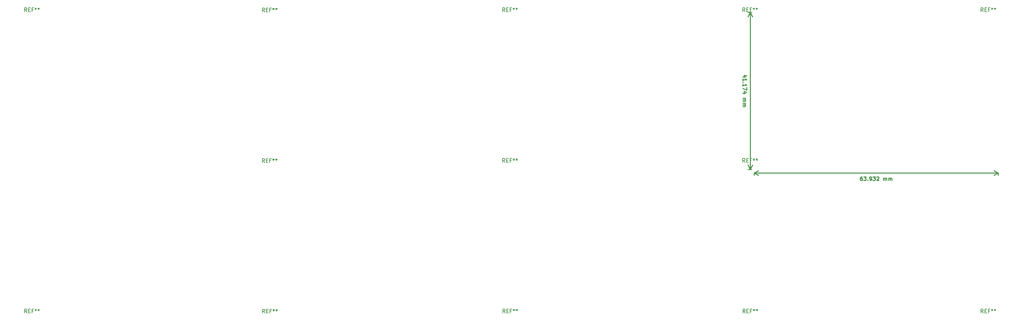
<source format=gbr>
G04 #@! TF.GenerationSoftware,KiCad,Pcbnew,(5.0.2)-1*
G04 #@! TF.CreationDate,2019-04-26T14:55:14-04:00*
G04 #@! TF.ProjectId,switch_plate,73776974-6368-45f7-906c-6174652e6b69,rev?*
G04 #@! TF.SameCoordinates,Original*
G04 #@! TF.FileFunction,Legend,Top*
G04 #@! TF.FilePolarity,Positive*
%FSLAX46Y46*%
G04 Gerber Fmt 4.6, Leading zero omitted, Abs format (unit mm)*
G04 Created by KiCad (PCBNEW (5.0.2)-1) date 4/26/2019 2:55:14 PM*
%MOMM*%
%LPD*%
G01*
G04 APERTURE LIST*
%ADD10C,0.250000*%
%ADD11C,0.150000*%
G04 APERTURE END LIST*
D10*
X237112635Y-59677180D02*
X236922159Y-59677180D01*
X236826921Y-59724800D01*
X236779302Y-59772419D01*
X236684063Y-59915276D01*
X236636444Y-60105752D01*
X236636444Y-60486704D01*
X236684063Y-60581942D01*
X236731682Y-60629561D01*
X236826921Y-60677180D01*
X237017397Y-60677180D01*
X237112635Y-60629561D01*
X237160254Y-60581942D01*
X237207873Y-60486704D01*
X237207873Y-60248609D01*
X237160254Y-60153371D01*
X237112635Y-60105752D01*
X237017397Y-60058133D01*
X236826921Y-60058133D01*
X236731682Y-60105752D01*
X236684063Y-60153371D01*
X236636444Y-60248609D01*
X237541206Y-59677180D02*
X238160254Y-59677180D01*
X237826921Y-60058133D01*
X237969778Y-60058133D01*
X238065016Y-60105752D01*
X238112635Y-60153371D01*
X238160254Y-60248609D01*
X238160254Y-60486704D01*
X238112635Y-60581942D01*
X238065016Y-60629561D01*
X237969778Y-60677180D01*
X237684063Y-60677180D01*
X237588825Y-60629561D01*
X237541206Y-60581942D01*
X238588825Y-60581942D02*
X238636444Y-60629561D01*
X238588825Y-60677180D01*
X238541206Y-60629561D01*
X238588825Y-60581942D01*
X238588825Y-60677180D01*
X239112635Y-60677180D02*
X239303111Y-60677180D01*
X239398349Y-60629561D01*
X239445968Y-60581942D01*
X239541206Y-60439085D01*
X239588825Y-60248609D01*
X239588825Y-59867657D01*
X239541206Y-59772419D01*
X239493587Y-59724800D01*
X239398349Y-59677180D01*
X239207873Y-59677180D01*
X239112635Y-59724800D01*
X239065016Y-59772419D01*
X239017397Y-59867657D01*
X239017397Y-60105752D01*
X239065016Y-60200990D01*
X239112635Y-60248609D01*
X239207873Y-60296228D01*
X239398349Y-60296228D01*
X239493587Y-60248609D01*
X239541206Y-60200990D01*
X239588825Y-60105752D01*
X239922159Y-59677180D02*
X240541206Y-59677180D01*
X240207873Y-60058133D01*
X240350730Y-60058133D01*
X240445968Y-60105752D01*
X240493587Y-60153371D01*
X240541206Y-60248609D01*
X240541206Y-60486704D01*
X240493587Y-60581942D01*
X240445968Y-60629561D01*
X240350730Y-60677180D01*
X240065016Y-60677180D01*
X239969778Y-60629561D01*
X239922159Y-60581942D01*
X240922159Y-59772419D02*
X240969778Y-59724800D01*
X241065016Y-59677180D01*
X241303111Y-59677180D01*
X241398349Y-59724800D01*
X241445968Y-59772419D01*
X241493587Y-59867657D01*
X241493587Y-59962895D01*
X241445968Y-60105752D01*
X240874540Y-60677180D01*
X241493587Y-60677180D01*
X242684063Y-60677180D02*
X242684063Y-60010514D01*
X242684063Y-60105752D02*
X242731682Y-60058133D01*
X242826921Y-60010514D01*
X242969778Y-60010514D01*
X243065016Y-60058133D01*
X243112635Y-60153371D01*
X243112635Y-60677180D01*
X243112635Y-60153371D02*
X243160254Y-60058133D01*
X243255492Y-60010514D01*
X243398349Y-60010514D01*
X243493587Y-60058133D01*
X243541206Y-60153371D01*
X243541206Y-60677180D01*
X244017397Y-60677180D02*
X244017397Y-60010514D01*
X244017397Y-60105752D02*
X244065016Y-60058133D01*
X244160254Y-60010514D01*
X244303111Y-60010514D01*
X244398349Y-60058133D01*
X244445968Y-60153371D01*
X244445968Y-60677180D01*
X244445968Y-60153371D02*
X244493587Y-60058133D01*
X244588825Y-60010514D01*
X244731682Y-60010514D01*
X244826921Y-60058133D01*
X244874540Y-60153371D01*
X244874540Y-60677180D01*
X208813400Y-58724800D02*
X272745205Y-58724800D01*
X208813400Y-58724800D02*
X208813400Y-59311221D01*
X272745205Y-58724800D02*
X272745205Y-59311221D01*
X272745205Y-58724800D02*
X271618701Y-59311221D01*
X272745205Y-58724800D02*
X271618701Y-58138379D01*
X208813400Y-58724800D02*
X209939904Y-59311221D01*
X208813400Y-58724800D02*
X209939904Y-58138379D01*
X206511685Y-33480895D02*
X205845019Y-33480895D01*
X206892638Y-33242800D02*
X206178352Y-33004704D01*
X206178352Y-33623752D01*
X205845019Y-34528514D02*
X205845019Y-33957085D01*
X205845019Y-34242800D02*
X206845019Y-34242800D01*
X206702161Y-34147562D01*
X206606923Y-34052323D01*
X206559304Y-33957085D01*
X205940257Y-34957085D02*
X205892638Y-35004704D01*
X205845019Y-34957085D01*
X205892638Y-34909466D01*
X205940257Y-34957085D01*
X205845019Y-34957085D01*
X205845019Y-35957085D02*
X205845019Y-35385657D01*
X205845019Y-35671371D02*
X206845019Y-35671371D01*
X206702161Y-35576133D01*
X206606923Y-35480895D01*
X206559304Y-35385657D01*
X206845019Y-36290419D02*
X206845019Y-36957085D01*
X205845019Y-36528514D01*
X206511685Y-37766609D02*
X205845019Y-37766609D01*
X206892638Y-37528514D02*
X206178352Y-37290419D01*
X206178352Y-37909466D01*
X205845019Y-39052323D02*
X206511685Y-39052323D01*
X206416447Y-39052323D02*
X206464066Y-39099942D01*
X206511685Y-39195181D01*
X206511685Y-39338038D01*
X206464066Y-39433276D01*
X206368828Y-39480895D01*
X205845019Y-39480895D01*
X206368828Y-39480895D02*
X206464066Y-39528514D01*
X206511685Y-39623752D01*
X206511685Y-39766609D01*
X206464066Y-39861847D01*
X206368828Y-39909466D01*
X205845019Y-39909466D01*
X205845019Y-40385657D02*
X206511685Y-40385657D01*
X206416447Y-40385657D02*
X206464066Y-40433276D01*
X206511685Y-40528514D01*
X206511685Y-40671371D01*
X206464066Y-40766609D01*
X206368828Y-40814228D01*
X205845019Y-40814228D01*
X206368828Y-40814228D02*
X206464066Y-40861847D01*
X206511685Y-40957085D01*
X206511685Y-41099942D01*
X206464066Y-41195181D01*
X206368828Y-41242800D01*
X205845019Y-41242800D01*
X207797400Y-16560800D02*
X207797400Y-57734325D01*
X208153000Y-16560800D02*
X207210979Y-16560800D01*
X208153000Y-57734325D02*
X207210979Y-57734325D01*
X207797400Y-57734325D02*
X207210979Y-56607821D01*
X207797400Y-57734325D02*
X208383821Y-56607821D01*
X207797400Y-16560800D02*
X207210979Y-17687304D01*
X207797400Y-16560800D02*
X208383821Y-17687304D01*
G04 #@! TO.C,REF\002A\002A*
D11*
X80607066Y-55951780D02*
X80273733Y-55475590D01*
X80035638Y-55951780D02*
X80035638Y-54951780D01*
X80416590Y-54951780D01*
X80511828Y-54999400D01*
X80559447Y-55047019D01*
X80607066Y-55142257D01*
X80607066Y-55285114D01*
X80559447Y-55380352D01*
X80511828Y-55427971D01*
X80416590Y-55475590D01*
X80035638Y-55475590D01*
X81035638Y-55427971D02*
X81368971Y-55427971D01*
X81511828Y-55951780D02*
X81035638Y-55951780D01*
X81035638Y-54951780D01*
X81511828Y-54951780D01*
X82273733Y-55427971D02*
X81940400Y-55427971D01*
X81940400Y-55951780D02*
X81940400Y-54951780D01*
X82416590Y-54951780D01*
X82940400Y-54951780D02*
X82940400Y-55189876D01*
X82702304Y-55094638D02*
X82940400Y-55189876D01*
X83178495Y-55094638D01*
X82797542Y-55380352D02*
X82940400Y-55189876D01*
X83083257Y-55380352D01*
X83702304Y-54951780D02*
X83702304Y-55189876D01*
X83464209Y-55094638D02*
X83702304Y-55189876D01*
X83940400Y-55094638D01*
X83559447Y-55380352D02*
X83702304Y-55189876D01*
X83845161Y-55380352D01*
X143548266Y-55926380D02*
X143214933Y-55450190D01*
X142976838Y-55926380D02*
X142976838Y-54926380D01*
X143357790Y-54926380D01*
X143453028Y-54974000D01*
X143500647Y-55021619D01*
X143548266Y-55116857D01*
X143548266Y-55259714D01*
X143500647Y-55354952D01*
X143453028Y-55402571D01*
X143357790Y-55450190D01*
X142976838Y-55450190D01*
X143976838Y-55402571D02*
X144310171Y-55402571D01*
X144453028Y-55926380D02*
X143976838Y-55926380D01*
X143976838Y-54926380D01*
X144453028Y-54926380D01*
X145214933Y-55402571D02*
X144881600Y-55402571D01*
X144881600Y-55926380D02*
X144881600Y-54926380D01*
X145357790Y-54926380D01*
X145881600Y-54926380D02*
X145881600Y-55164476D01*
X145643504Y-55069238D02*
X145881600Y-55164476D01*
X146119695Y-55069238D01*
X145738742Y-55354952D02*
X145881600Y-55164476D01*
X146024457Y-55354952D01*
X146643504Y-54926380D02*
X146643504Y-55164476D01*
X146405409Y-55069238D02*
X146643504Y-55164476D01*
X146881600Y-55069238D01*
X146500647Y-55354952D02*
X146643504Y-55164476D01*
X146786361Y-55354952D01*
X206438666Y-55926380D02*
X206105333Y-55450190D01*
X205867238Y-55926380D02*
X205867238Y-54926380D01*
X206248190Y-54926380D01*
X206343428Y-54974000D01*
X206391047Y-55021619D01*
X206438666Y-55116857D01*
X206438666Y-55259714D01*
X206391047Y-55354952D01*
X206343428Y-55402571D01*
X206248190Y-55450190D01*
X205867238Y-55450190D01*
X206867238Y-55402571D02*
X207200571Y-55402571D01*
X207343428Y-55926380D02*
X206867238Y-55926380D01*
X206867238Y-54926380D01*
X207343428Y-54926380D01*
X208105333Y-55402571D02*
X207772000Y-55402571D01*
X207772000Y-55926380D02*
X207772000Y-54926380D01*
X208248190Y-54926380D01*
X208772000Y-54926380D02*
X208772000Y-55164476D01*
X208533904Y-55069238D02*
X208772000Y-55164476D01*
X209010095Y-55069238D01*
X208629142Y-55354952D02*
X208772000Y-55164476D01*
X208914857Y-55354952D01*
X209533904Y-54926380D02*
X209533904Y-55164476D01*
X209295809Y-55069238D02*
X209533904Y-55164476D01*
X209772000Y-55069238D01*
X209391047Y-55354952D02*
X209533904Y-55164476D01*
X209676761Y-55354952D01*
X80657866Y-95474180D02*
X80324533Y-94997990D01*
X80086438Y-95474180D02*
X80086438Y-94474180D01*
X80467390Y-94474180D01*
X80562628Y-94521800D01*
X80610247Y-94569419D01*
X80657866Y-94664657D01*
X80657866Y-94807514D01*
X80610247Y-94902752D01*
X80562628Y-94950371D01*
X80467390Y-94997990D01*
X80086438Y-94997990D01*
X81086438Y-94950371D02*
X81419771Y-94950371D01*
X81562628Y-95474180D02*
X81086438Y-95474180D01*
X81086438Y-94474180D01*
X81562628Y-94474180D01*
X82324533Y-94950371D02*
X81991200Y-94950371D01*
X81991200Y-95474180D02*
X81991200Y-94474180D01*
X82467390Y-94474180D01*
X82991200Y-94474180D02*
X82991200Y-94712276D01*
X82753104Y-94617038D02*
X82991200Y-94712276D01*
X83229295Y-94617038D01*
X82848342Y-94902752D02*
X82991200Y-94712276D01*
X83134057Y-94902752D01*
X83753104Y-94474180D02*
X83753104Y-94712276D01*
X83515009Y-94617038D02*
X83753104Y-94712276D01*
X83991200Y-94617038D01*
X83610247Y-94902752D02*
X83753104Y-94712276D01*
X83895961Y-94902752D01*
X143599066Y-95448780D02*
X143265733Y-94972590D01*
X143027638Y-95448780D02*
X143027638Y-94448780D01*
X143408590Y-94448780D01*
X143503828Y-94496400D01*
X143551447Y-94544019D01*
X143599066Y-94639257D01*
X143599066Y-94782114D01*
X143551447Y-94877352D01*
X143503828Y-94924971D01*
X143408590Y-94972590D01*
X143027638Y-94972590D01*
X144027638Y-94924971D02*
X144360971Y-94924971D01*
X144503828Y-95448780D02*
X144027638Y-95448780D01*
X144027638Y-94448780D01*
X144503828Y-94448780D01*
X145265733Y-94924971D02*
X144932400Y-94924971D01*
X144932400Y-95448780D02*
X144932400Y-94448780D01*
X145408590Y-94448780D01*
X145932400Y-94448780D02*
X145932400Y-94686876D01*
X145694304Y-94591638D02*
X145932400Y-94686876D01*
X146170495Y-94591638D01*
X145789542Y-94877352D02*
X145932400Y-94686876D01*
X146075257Y-94877352D01*
X146694304Y-94448780D02*
X146694304Y-94686876D01*
X146456209Y-94591638D02*
X146694304Y-94686876D01*
X146932400Y-94591638D01*
X146551447Y-94877352D02*
X146694304Y-94686876D01*
X146837161Y-94877352D01*
X206489466Y-95448780D02*
X206156133Y-94972590D01*
X205918038Y-95448780D02*
X205918038Y-94448780D01*
X206298990Y-94448780D01*
X206394228Y-94496400D01*
X206441847Y-94544019D01*
X206489466Y-94639257D01*
X206489466Y-94782114D01*
X206441847Y-94877352D01*
X206394228Y-94924971D01*
X206298990Y-94972590D01*
X205918038Y-94972590D01*
X206918038Y-94924971D02*
X207251371Y-94924971D01*
X207394228Y-95448780D02*
X206918038Y-95448780D01*
X206918038Y-94448780D01*
X207394228Y-94448780D01*
X208156133Y-94924971D02*
X207822800Y-94924971D01*
X207822800Y-95448780D02*
X207822800Y-94448780D01*
X208298990Y-94448780D01*
X208822800Y-94448780D02*
X208822800Y-94686876D01*
X208584704Y-94591638D02*
X208822800Y-94686876D01*
X209060895Y-94591638D01*
X208679942Y-94877352D02*
X208822800Y-94686876D01*
X208965657Y-94877352D01*
X209584704Y-94448780D02*
X209584704Y-94686876D01*
X209346609Y-94591638D02*
X209584704Y-94686876D01*
X209822800Y-94591638D01*
X209441847Y-94877352D02*
X209584704Y-94686876D01*
X209727561Y-94877352D01*
X18326266Y-95448780D02*
X17992933Y-94972590D01*
X17754838Y-95448780D02*
X17754838Y-94448780D01*
X18135790Y-94448780D01*
X18231028Y-94496400D01*
X18278647Y-94544019D01*
X18326266Y-94639257D01*
X18326266Y-94782114D01*
X18278647Y-94877352D01*
X18231028Y-94924971D01*
X18135790Y-94972590D01*
X17754838Y-94972590D01*
X18754838Y-94924971D02*
X19088171Y-94924971D01*
X19231028Y-95448780D02*
X18754838Y-95448780D01*
X18754838Y-94448780D01*
X19231028Y-94448780D01*
X19992933Y-94924971D02*
X19659600Y-94924971D01*
X19659600Y-95448780D02*
X19659600Y-94448780D01*
X20135790Y-94448780D01*
X20659600Y-94448780D02*
X20659600Y-94686876D01*
X20421504Y-94591638D02*
X20659600Y-94686876D01*
X20897695Y-94591638D01*
X20516742Y-94877352D02*
X20659600Y-94686876D01*
X20802457Y-94877352D01*
X21421504Y-94448780D02*
X21421504Y-94686876D01*
X21183409Y-94591638D02*
X21421504Y-94686876D01*
X21659600Y-94591638D01*
X21278647Y-94877352D02*
X21421504Y-94686876D01*
X21564361Y-94877352D01*
X268846466Y-95448780D02*
X268513133Y-94972590D01*
X268275038Y-95448780D02*
X268275038Y-94448780D01*
X268655990Y-94448780D01*
X268751228Y-94496400D01*
X268798847Y-94544019D01*
X268846466Y-94639257D01*
X268846466Y-94782114D01*
X268798847Y-94877352D01*
X268751228Y-94924971D01*
X268655990Y-94972590D01*
X268275038Y-94972590D01*
X269275038Y-94924971D02*
X269608371Y-94924971D01*
X269751228Y-95448780D02*
X269275038Y-95448780D01*
X269275038Y-94448780D01*
X269751228Y-94448780D01*
X270513133Y-94924971D02*
X270179800Y-94924971D01*
X270179800Y-95448780D02*
X270179800Y-94448780D01*
X270655990Y-94448780D01*
X271179800Y-94448780D02*
X271179800Y-94686876D01*
X270941704Y-94591638D02*
X271179800Y-94686876D01*
X271417895Y-94591638D01*
X271036942Y-94877352D02*
X271179800Y-94686876D01*
X271322657Y-94877352D01*
X271941704Y-94448780D02*
X271941704Y-94686876D01*
X271703609Y-94591638D02*
X271941704Y-94686876D01*
X272179800Y-94591638D01*
X271798847Y-94877352D02*
X271941704Y-94686876D01*
X272084561Y-94877352D01*
X206438666Y-16378580D02*
X206105333Y-15902390D01*
X205867238Y-16378580D02*
X205867238Y-15378580D01*
X206248190Y-15378580D01*
X206343428Y-15426200D01*
X206391047Y-15473819D01*
X206438666Y-15569057D01*
X206438666Y-15711914D01*
X206391047Y-15807152D01*
X206343428Y-15854771D01*
X206248190Y-15902390D01*
X205867238Y-15902390D01*
X206867238Y-15854771D02*
X207200571Y-15854771D01*
X207343428Y-16378580D02*
X206867238Y-16378580D01*
X206867238Y-15378580D01*
X207343428Y-15378580D01*
X208105333Y-15854771D02*
X207772000Y-15854771D01*
X207772000Y-16378580D02*
X207772000Y-15378580D01*
X208248190Y-15378580D01*
X208772000Y-15378580D02*
X208772000Y-15616676D01*
X208533904Y-15521438D02*
X208772000Y-15616676D01*
X209010095Y-15521438D01*
X208629142Y-15807152D02*
X208772000Y-15616676D01*
X208914857Y-15807152D01*
X209533904Y-15378580D02*
X209533904Y-15616676D01*
X209295809Y-15521438D02*
X209533904Y-15616676D01*
X209772000Y-15521438D01*
X209391047Y-15807152D02*
X209533904Y-15616676D01*
X209676761Y-15807152D01*
X80607066Y-16403980D02*
X80273733Y-15927790D01*
X80035638Y-16403980D02*
X80035638Y-15403980D01*
X80416590Y-15403980D01*
X80511828Y-15451600D01*
X80559447Y-15499219D01*
X80607066Y-15594457D01*
X80607066Y-15737314D01*
X80559447Y-15832552D01*
X80511828Y-15880171D01*
X80416590Y-15927790D01*
X80035638Y-15927790D01*
X81035638Y-15880171D02*
X81368971Y-15880171D01*
X81511828Y-16403980D02*
X81035638Y-16403980D01*
X81035638Y-15403980D01*
X81511828Y-15403980D01*
X82273733Y-15880171D02*
X81940400Y-15880171D01*
X81940400Y-16403980D02*
X81940400Y-15403980D01*
X82416590Y-15403980D01*
X82940400Y-15403980D02*
X82940400Y-15642076D01*
X82702304Y-15546838D02*
X82940400Y-15642076D01*
X83178495Y-15546838D01*
X82797542Y-15832552D02*
X82940400Y-15642076D01*
X83083257Y-15832552D01*
X83702304Y-15403980D02*
X83702304Y-15642076D01*
X83464209Y-15546838D02*
X83702304Y-15642076D01*
X83940400Y-15546838D01*
X83559447Y-15832552D02*
X83702304Y-15642076D01*
X83845161Y-15832552D01*
X143548266Y-16378580D02*
X143214933Y-15902390D01*
X142976838Y-16378580D02*
X142976838Y-15378580D01*
X143357790Y-15378580D01*
X143453028Y-15426200D01*
X143500647Y-15473819D01*
X143548266Y-15569057D01*
X143548266Y-15711914D01*
X143500647Y-15807152D01*
X143453028Y-15854771D01*
X143357790Y-15902390D01*
X142976838Y-15902390D01*
X143976838Y-15854771D02*
X144310171Y-15854771D01*
X144453028Y-16378580D02*
X143976838Y-16378580D01*
X143976838Y-15378580D01*
X144453028Y-15378580D01*
X145214933Y-15854771D02*
X144881600Y-15854771D01*
X144881600Y-16378580D02*
X144881600Y-15378580D01*
X145357790Y-15378580D01*
X145881600Y-15378580D02*
X145881600Y-15616676D01*
X145643504Y-15521438D02*
X145881600Y-15616676D01*
X146119695Y-15521438D01*
X145738742Y-15807152D02*
X145881600Y-15616676D01*
X146024457Y-15807152D01*
X146643504Y-15378580D02*
X146643504Y-15616676D01*
X146405409Y-15521438D02*
X146643504Y-15616676D01*
X146881600Y-15521438D01*
X146500647Y-15807152D02*
X146643504Y-15616676D01*
X146786361Y-15807152D01*
X18326266Y-16353180D02*
X17992933Y-15876990D01*
X17754838Y-16353180D02*
X17754838Y-15353180D01*
X18135790Y-15353180D01*
X18231028Y-15400800D01*
X18278647Y-15448419D01*
X18326266Y-15543657D01*
X18326266Y-15686514D01*
X18278647Y-15781752D01*
X18231028Y-15829371D01*
X18135790Y-15876990D01*
X17754838Y-15876990D01*
X18754838Y-15829371D02*
X19088171Y-15829371D01*
X19231028Y-16353180D02*
X18754838Y-16353180D01*
X18754838Y-15353180D01*
X19231028Y-15353180D01*
X19992933Y-15829371D02*
X19659600Y-15829371D01*
X19659600Y-16353180D02*
X19659600Y-15353180D01*
X20135790Y-15353180D01*
X20659600Y-15353180D02*
X20659600Y-15591276D01*
X20421504Y-15496038D02*
X20659600Y-15591276D01*
X20897695Y-15496038D01*
X20516742Y-15781752D02*
X20659600Y-15591276D01*
X20802457Y-15781752D01*
X21421504Y-15353180D02*
X21421504Y-15591276D01*
X21183409Y-15496038D02*
X21421504Y-15591276D01*
X21659600Y-15496038D01*
X21278647Y-15781752D02*
X21421504Y-15591276D01*
X21564361Y-15781752D01*
X268846466Y-16378580D02*
X268513133Y-15902390D01*
X268275038Y-16378580D02*
X268275038Y-15378580D01*
X268655990Y-15378580D01*
X268751228Y-15426200D01*
X268798847Y-15473819D01*
X268846466Y-15569057D01*
X268846466Y-15711914D01*
X268798847Y-15807152D01*
X268751228Y-15854771D01*
X268655990Y-15902390D01*
X268275038Y-15902390D01*
X269275038Y-15854771D02*
X269608371Y-15854771D01*
X269751228Y-16378580D02*
X269275038Y-16378580D01*
X269275038Y-15378580D01*
X269751228Y-15378580D01*
X270513133Y-15854771D02*
X270179800Y-15854771D01*
X270179800Y-16378580D02*
X270179800Y-15378580D01*
X270655990Y-15378580D01*
X271179800Y-15378580D02*
X271179800Y-15616676D01*
X270941704Y-15521438D02*
X271179800Y-15616676D01*
X271417895Y-15521438D01*
X271036942Y-15807152D02*
X271179800Y-15616676D01*
X271322657Y-15807152D01*
X271941704Y-15378580D02*
X271941704Y-15616676D01*
X271703609Y-15521438D02*
X271941704Y-15616676D01*
X272179800Y-15521438D01*
X271798847Y-15807152D02*
X271941704Y-15616676D01*
X272084561Y-15807152D01*
G04 #@! TD*
M02*

</source>
